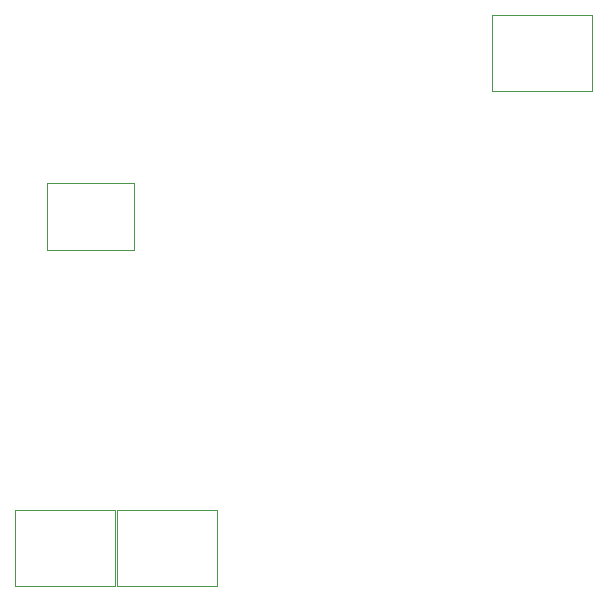
<source format=gbr>
%TF.GenerationSoftware,Altium Limited,Altium Designer,19.1.8 (144)*%
G04 Layer_Color=0*
%FSLAX23Y23*%
%MOIN*%
%TF.FileFunction,Other,Mechanical_16*%
%TF.Part,Single*%
G01*
G75*
%TA.AperFunction,NonConductor*%
%ADD63C,0.002*%
D63*
X638Y22D02*
Y278D01*
Y22D02*
X972D01*
Y278D01*
X638D02*
X972D01*
X298Y22D02*
Y278D01*
Y22D02*
X632D01*
Y278D01*
X298D02*
X632D01*
X1888Y1672D02*
Y1928D01*
Y1672D02*
X2222D01*
Y1928D01*
X1888D02*
X2222D01*
X667Y1365D02*
X694D01*
X613D02*
X649D01*
X667D01*
X406D02*
X469D01*
X613D01*
X694Y1144D02*
Y1365D01*
X406Y1144D02*
X694D01*
X406D02*
Y1365D01*
%TF.MD5,e41df2c3182cdbc9fcfa48a821df9f0d*%
M02*

</source>
